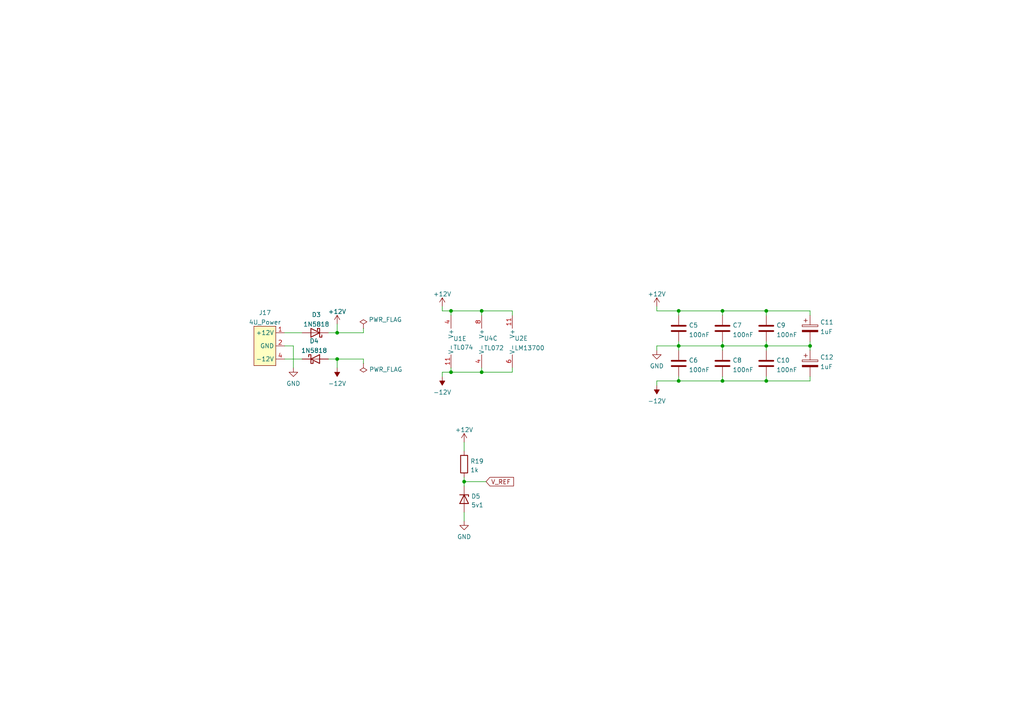
<source format=kicad_sch>
(kicad_sch (version 20211123) (generator eeschema)
  (paper "A4")
  (title_block (title "Variable Integrator and extras") (date "2022-07-25") (rev "r02") (comment 2 "creativecommons.org/Licenses/by/4.0/") (comment 3 "License: CC BY 4.0") (comment 4 "Author: Guy John"))
  (lib_symbols
    (symbol "4U_Hardware:4U_Power"
      (property "Reference" "J" (at 0 6.985 0))
      (property "Value" "4U_Power" (at 0 -6.985 0))
      (symbol "4U_Power_0_1"
        (rectangle (start -2.54 5.715) (end 3.81 -5.715) (stroke (width 0.1524)) (fill (type background)))
      )
      (symbol "4U_Power_1_1"
        (pin power_out line (at 6.35 3.81 180) (length 2.54) (name "+12V") (number "1"))
        (pin power_out line (at 6.35 0 180) (length 2.54) (name "GND") (number "2"))
        (pin passive line (at 6.35 0 180) (length 2.54) hide (name "GND") (number "3"))
        (pin power_out line (at 6.35 -3.81 180) (length 2.54) (name "-12V") (number "4"))
      )
    )
    (symbol "Amplifier_Operational:LM13700" (pin_names (offset 0.127))
      (property "Reference" "U" (at 3.81 5.08 0))
      (property "Value" "LM13700" (at 5.08 -5.08 0))
      (symbol "LM13700_1_1"
        (polyline (pts (xy 3.81 -0.635) (xy 3.81 -2.54) (xy 5.08 -2.54)))
        (polyline (pts (xy 5.08 0) (xy -5.08 -5.08) (xy -5.08 5.08) (xy 5.08 0)) (stroke (width 0.254)) (fill (type background)))
        (pin output line (at 7.62 0 180) (length 2.54) (name "~") (number "12"))
        (pin input line (at -7.62 2.54 0) (length 2.54) (name "-") (number "13"))
        (pin input line (at -7.62 -2.54 0) (length 2.54) (name "+") (number "14"))
        (pin input line (at -7.62 0 0) (length 2.54) (name "DIODE_BIAS") (number "15"))
        (pin input line (at 7.62 -2.54 180) (length 2.54) (name "~") (number "16"))
      )
      (symbol "LM13700_2_0"
        (polyline (pts (xy -1.905 2.54) (xy -3.175 2.54)))
      )
      (symbol "LM13700_2_1"
        (circle (center -2.54 1.905) (radius 0.254) (stroke (width 0.254)) (fill (type outline)))
        (polyline (pts (xy -3.81 -0.635) (xy -2.54 -1.27)))
        (polyline (pts (xy -3.81 1.27) (xy -3.81 -1.27)))
        (polyline (pts (xy -2.54 -1.905) (xy -1.27 -2.54)))
        (polyline (pts (xy -2.54 0) (xy -2.54 -2.54)))
        (polyline (pts (xy -3.81 0.635) (xy -2.54 1.27) (xy -2.54 1.905) (xy -2.54 2.54)))
        (polyline (pts (xy -2.54 -1.27) (xy -3.175 -0.635) (xy -3.175 -1.27) (xy -2.54 -1.27)) (fill (type outline)))
        (polyline (pts (xy -2.54 -0.635) (xy -1.27 0) (xy -1.27 1.905) (xy -2.54 1.905)))
        (polyline (pts (xy -1.27 -2.54) (xy -1.905 -1.905) (xy -1.905 -2.54) (xy -1.27 -2.54)) (fill (type outline)))
        (text "V+" (at -2.54 3.81 0) (effects (font (size 1.27 1.27))))
        (pin input line (at -7.62 0 0) (length 3.81) (name "~") (number "10"))
        (pin output line (at 2.54 -2.54 180) (length 3.81) (name "~") (number "9"))
      )
      (symbol "LM13700_3_1"
        (polyline (pts (xy 3.81 -0.635) (xy 3.81 -2.54) (xy 5.08 -2.54)))
        (polyline (pts (xy 5.08 0) (xy -5.08 -5.08) (xy -5.08 5.08) (xy 5.08 0)) (stroke (width 0.254)) (fill (type background)))
        (pin input line (at 7.62 -2.54 180) (length 2.54) (name "~") (number "1"))
        (pin input line (at -7.62 0 0) (length 2.54) (name "DIODE_BIAS") (number "2"))
        (pin input line (at -7.62 -2.54 0) (length 2.54) (name "+") (number "3"))
        (pin input line (at -7.62 2.54 0) (length 2.54) (name "-") (number "4"))
        (pin output line (at 7.62 0 180) (length 2.54) (name "~") (number "5"))
      )
      (symbol "LM13700_4_0"
        (polyline (pts (xy -3.175 2.54) (xy -1.905 2.54)))
        (text "V+" (at -2.54 3.81 0) (effects (font (size 1.27 1.27))))
      )
      (symbol "LM13700_4_1"
        (circle (center -2.54 1.905) (radius 0.254) (stroke (width 0.254)) (fill (type outline)))
        (polyline (pts (xy -3.81 -0.635) (xy -2.54 -1.27)))
        (polyline (pts (xy -3.81 1.27) (xy -3.81 -1.27)))
        (polyline (pts (xy -2.54 -1.905) (xy -1.27 -2.54)))
        (polyline (pts (xy -2.54 0) (xy -2.54 -2.54)))
        (polyline (pts (xy -3.81 0.635) (xy -2.54 1.27) (xy -2.54 2.54)))
        (polyline (pts (xy -2.54 -1.27) (xy -3.175 -0.635) (xy -3.175 -1.27) (xy -2.54 -1.27)) (fill (type outline)))
        (polyline (pts (xy -2.54 -0.635) (xy -1.27 0) (xy -1.27 1.905) (xy -2.54 1.905)))
        (polyline (pts (xy -1.27 -2.54) (xy -1.905 -1.905) (xy -1.905 -2.54) (xy -1.27 -2.54)) (fill (type outline)))
        (pin input line (at -7.62 0 0) (length 3.81) (name "~") (number "7"))
        (pin output line (at 2.54 -2.54 180) (length 3.81) (name "~") (number "8"))
      )
      (symbol "LM13700_5_1"
        (pin power_in line (at -2.54 7.62 270) (length 3.81) (name "V+") (number "11"))
        (pin power_in line (at -2.54 -7.62 90) (length 3.81) (name "V-") (number "6"))
      )
    )
    (symbol "Amplifier_Operational:TL072" (pin_names (offset 0.127))
      (property "Reference" "U" (at 0 5.08 0))
      (property "Value" "TL072" (at 0 -5.08 0))
      (symbol "TL072_1_1"
        (polyline (pts (xy -5.08 5.08) (xy 5.08 0) (xy -5.08 -5.08) (xy -5.08 5.08)) (stroke (width 0.254)) (fill (type background)))
        (pin output line (at 7.62 0 180) (length 2.54) (name "~") (number "1"))
        (pin input line (at -7.62 -2.54 0) (length 2.54) (name "-") (number "2"))
        (pin input line (at -7.62 2.54 0) (length 2.54) (name "+") (number "3"))
      )
      (symbol "TL072_2_1"
        (polyline (pts (xy -5.08 5.08) (xy 5.08 0) (xy -5.08 -5.08) (xy -5.08 5.08)) (stroke (width 0.254)) (fill (type background)))
        (pin input line (at -7.62 2.54 0) (length 2.54) (name "+") (number "5"))
        (pin input line (at -7.62 -2.54 0) (length 2.54) (name "-") (number "6"))
        (pin output line (at 7.62 0 180) (length 2.54) (name "~") (number "7"))
      )
      (symbol "TL072_3_1"
        (pin power_in line (at -2.54 -7.62 90) (length 3.81) (name "V-") (number "4"))
        (pin power_in line (at -2.54 7.62 270) (length 3.81) (name "V+") (number "8"))
      )
    )
    (symbol "Amplifier_Operational:TL074" (pin_names (offset 0.127))
      (property "Reference" "U" (at 0 5.08 0))
      (property "Value" "TL074" (at 0 -5.08 0))
      (symbol "TL074_1_1"
        (polyline (pts (xy -5.08 5.08) (xy 5.08 0) (xy -5.08 -5.08) (xy -5.08 5.08)) (stroke (width 0.254)) (fill (type background)))
        (pin output line (at 7.62 0 180) (length 2.54) (name "~") (number "1"))
        (pin input line (at -7.62 -2.54 0) (length 2.54) (name "-") (number "2"))
        (pin input line (at -7.62 2.54 0) (length 2.54) (name "+") (number "3"))
      )
      (symbol "TL074_2_1"
        (polyline (pts (xy -5.08 5.08) (xy 5.08 0) (xy -5.08 -5.08) (xy -5.08 5.08)) (stroke (width 0.254)) (fill (type background)))
        (pin input line (at -7.62 2.54 0) (length 2.54) (name "+") (number "5"))
        (pin input line (at -7.62 -2.54 0) (length 2.54) (name "-") (number "6"))
        (pin output line (at 7.62 0 180) (length 2.54) (name "~") (number "7"))
      )
      (symbol "TL074_3_1"
        (polyline (pts (xy -5.08 5.08) (xy 5.08 0) (xy -5.08 -5.08) (xy -5.08 5.08)) (stroke (width 0.254)) (fill (type background)))
        (pin input line (at -7.62 2.54 0) (length 2.54) (name "+") (number "10"))
        (pin output line (at 7.62 0 180) (length 2.54) (name "~") (number "8"))
        (pin input line (at -7.62 -2.54 0) (length 2.54) (name "-") (number "9"))
      )
      (symbol "TL074_4_1"
        (polyline (pts (xy -5.08 5.08) (xy 5.08 0) (xy -5.08 -5.08) (xy -5.08 5.08)) (stroke (width 0.254)) (fill (type background)))
        (pin input line (at -7.62 2.54 0) (length 2.54) (name "+") (number "12"))
        (pin input line (at -7.62 -2.54 0) (length 2.54) (name "-") (number "13"))
        (pin output line (at 7.62 0 180) (length 2.54) (name "~") (number "14"))
      )
      (symbol "TL074_5_1"
        (pin power_in line (at -2.54 -7.62 90) (length 3.81) (name "V-") (number "11"))
        (pin power_in line (at -2.54 7.62 270) (length 3.81) (name "V+") (number "4"))
      )
    )
    (symbol "Device:C" (pin_numbers hide) (pin_names (offset 0.254))
      (property "Reference" "C" (at 0.635 2.54 0))
      (property "Value" "C" (at 0.635 -2.54 0))
      (symbol "C_0_1"
        (polyline (pts (xy -2.032 -0.762) (xy 2.032 -0.762)) (stroke (width 0.508)))
        (polyline (pts (xy -2.032 0.762) (xy 2.032 0.762)) (stroke (width 0.508)))
      )
      (symbol "C_1_1"
        (pin passive line (at 0 3.81 270) (length 2.794) (name "~") (number "1"))
        (pin passive line (at 0 -3.81 90) (length 2.794) (name "~") (number "2"))
      )
    )
    (symbol "Device:C_Polarized" (pin_numbers hide) (pin_names (offset 0.254))
      (property "Reference" "C" (at 0.635 2.54 0))
      (property "Value" "C_Polarized" (at 0.635 -2.54 0))
      (symbol "C_Polarized_0_1"
        (rectangle (start -2.286 0.508) (end 2.286 1.016))
        (polyline (pts (xy -1.778 2.286) (xy -0.762 2.286)))
        (polyline (pts (xy -1.27 2.794) (xy -1.27 1.778)))
        (rectangle (start 2.286 -0.508) (end -2.286 -1.016) (fill (type outline)))
      )
      (symbol "C_Polarized_1_1"
        (pin passive line (at 0 3.81 270) (length 2.794) (name "~") (number "1"))
        (pin passive line (at 0 -3.81 90) (length 2.794) (name "~") (number "2"))
      )
    )
    (symbol "Device:D_Zener" (pin_numbers hide) (pin_names (offset 1.016) hide)
      (property "Reference" "D" (at 0 2.54 0))
      (property "Value" "D_Zener" (at 0 -2.54 0))
      (symbol "D_Zener_0_1"
        (polyline (pts (xy 1.27 0) (xy -1.27 0)))
        (polyline (pts (xy -1.27 -1.27) (xy -1.27 1.27) (xy -0.762 1.27)) (stroke (width 0.254)))
        (polyline (pts (xy 1.27 -1.27) (xy 1.27 1.27) (xy -1.27 0) (xy 1.27 -1.27)) (stroke (width 0.254)))
      )
      (symbol "D_Zener_1_1"
        (pin passive line (at -3.81 0 0) (length 2.54) (name "K") (number "1"))
        (pin passive line (at 3.81 0 180) (length 2.54) (name "A") (number "2"))
      )
    )
    (symbol "Diode:1N5818" (pin_numbers hide) (pin_names (offset 1.016) hide)
      (property "Reference" "D" (at 0 2.54 0))
      (property "Value" "1N5818" (at 0 -2.54 0))
      (symbol "1N5818_0_1"
        (polyline (pts (xy 1.27 0) (xy -1.27 0)))
        (polyline (pts (xy 1.27 1.27) (xy 1.27 -1.27) (xy -1.27 0) (xy 1.27 1.27)) (stroke (width 0.254)))
        (polyline (pts (xy -1.905 0.635) (xy -1.905 1.27) (xy -1.27 1.27) (xy -1.27 -1.27) (xy -0.635 -1.27) (xy -0.635 -0.635)) (stroke (width 0.254)))
      )
      (symbol "1N5818_1_1"
        (pin passive line (at -3.81 0 0) (length 2.54) (name "K") (number "1"))
        (pin passive line (at 3.81 0 180) (length 2.54) (name "A") (number "2"))
      )
    )
    (symbol "power:+12V" (power) (pin_names (offset 0))
      (property "Value" "+12V" (at 0 3.556 0))
      (symbol "+12V_0_1"
        (polyline (pts (xy -0.762 1.27) (xy 0 2.54)))
        (polyline (pts (xy 0 0) (xy 0 2.54)))
        (polyline (pts (xy 0 2.54) (xy 0.762 1.27)))
      )
      (symbol "+12V_1_1"
        (pin power_in line (at 0 0 90) (length 0) hide (name "+12V") (number "1"))
      )
    )
    (symbol "power:-12V" (power) (pin_names (offset 0))
      (property "Value" "-12V" (at 0 3.81 0))
      (symbol "-12V_0_0"
        (pin power_in line (at 0 0 90) (length 0) hide (name "-12V") (number "1"))
      )
      (symbol "-12V_0_1"
        (polyline (pts (xy 0 0) (xy 0 1.27) (xy 0.762 1.27) (xy 0 2.54) (xy -0.762 1.27) (xy 0 1.27)) (fill (type outline)))
      )
    )
    (symbol "power:GND" (power) (pin_names (offset 0))
      (property "Value" "GND" (at 0 -3.81 0))
      (symbol "GND_0_1"
        (polyline (pts (xy 0 0) (xy 0 -1.27) (xy 1.27 -1.27) (xy 0 -2.54) (xy -1.27 -1.27) (xy 0 -1.27)))
      )
      (symbol "GND_1_1"
        (pin power_in line (at 0 0 270) (length 0) hide (name "GND") (number "1"))
      )
    )
    (symbol "power:PWR_FLAG" (power) (pin_numbers hide) (pin_names (offset 0) hide)
      (property "Value" "PWR_FLAG" (at 0 3.81 0))
      (symbol "PWR_FLAG_0_0"
        (pin power_out line (at 0 0 90) (length 0) (name "pwr") (number "1"))
      )
      (symbol "PWR_FLAG_0_1"
        (polyline (pts (xy 0 0) (xy 0 1.27) (xy -1.016 1.905) (xy 0 2.54) (xy 1.016 1.905) (xy 0 1.27)))
      )
    )
    (symbol "rumblesan-standard-parts:R" (pin_numbers hide) (pin_names (offset 0))
      (property "Reference" "R?" (at 0 0 90))
      (property "Value" "R" (at 0.635 1.905 90))
      (symbol "R_0_1"
        (rectangle (start 1.016 2.54) (end -1.016 -2.54) (stroke (width 0.254)))
      )
      (symbol "R_1_1"
        (pin passive line (at 0 -3.81 90) (length 1.27) (name "~") (number "1"))
        (pin passive line (at 0 3.81 270) (length 1.27) (name "~") (number "2"))
      )
    )
  )
  (junction (at 97.79 96.52))
  (junction (at 139.7 90.17))
  (junction (at 97.79 104.14))
  (junction (at 196.85 110.49))
  (junction (at 222.25 90.17))
  (junction (at 222.25 110.49))
  (junction (at 130.81 107.95))
  (junction (at 196.85 100.33))
  (junction (at 196.85 90.17))
  (junction (at 139.7 107.95))
  (junction (at 134.62 139.7))
  (junction (at 209.55 100.33))
  (junction (at 234.95 100.33))
  (junction (at 222.25 100.33))
  (junction (at 130.81 90.17))
  (junction (at 209.55 110.49))
  (junction (at 209.55 90.17))
  (wire (pts (xy 97.79 96.52) (xy 97.79 93.98)))
  (wire (pts (xy 134.62 138.43) (xy 134.62 139.7)))
  (wire (pts (xy 95.25 96.52) (xy 97.79 96.52)))
  (wire (pts (xy 139.7 106.68) (xy 139.7 107.95)))
  (wire (pts (xy 130.81 107.95) (xy 139.7 107.95)))
  (wire (pts (xy 190.5 111.76) (xy 190.5 110.49)))
  (wire (pts (xy 234.95 100.33) (xy 234.95 101.6)))
  (wire (pts (xy 209.55 100.33) (xy 222.25 100.33)))
  (wire (pts (xy 148.59 90.17) (xy 148.59 91.44)))
  (wire (pts (xy 209.55 109.22) (xy 209.55 110.49)))
  (wire (pts (xy 222.25 99.06) (xy 222.25 100.33)))
  (wire (pts (xy 209.55 90.17) (xy 209.55 91.44)))
  (wire (pts (xy 105.41 104.14) (xy 97.79 104.14)))
  (wire (pts (xy 148.59 107.95) (xy 148.59 106.68)))
  (wire (pts (xy 234.95 110.49) (xy 234.95 109.22)))
  (wire (pts (xy 95.25 104.14) (xy 97.79 104.14)))
  (wire (pts (xy 196.85 99.06) (xy 196.85 100.33)))
  (wire (pts (xy 222.25 90.17) (xy 222.25 91.44)))
  (wire (pts (xy 190.5 88.9) (xy 190.5 90.17)))
  (wire (pts (xy 139.7 90.17) (xy 139.7 91.44)))
  (wire (pts (xy 139.7 90.17) (xy 148.59 90.17)))
  (wire (pts (xy 128.27 109.22) (xy 128.27 107.95)))
  (wire (pts (xy 196.85 100.33) (xy 196.85 101.6)))
  (wire (pts (xy 130.81 90.17) (xy 139.7 90.17)))
  (wire (pts (xy 190.5 110.49) (xy 196.85 110.49)))
  (wire (pts (xy 196.85 100.33) (xy 209.55 100.33)))
  (wire (pts (xy 130.81 106.68) (xy 130.81 107.95)))
  (wire (pts (xy 105.41 105.41) (xy 105.41 104.14)))
  (wire (pts (xy 222.25 100.33) (xy 222.25 101.6)))
  (wire (pts (xy 234.95 100.33) (xy 234.95 99.06)))
  (wire (pts (xy 134.62 139.7) (xy 140.97 139.7)))
  (wire (pts (xy 85.09 100.33) (xy 85.09 106.68)))
  (wire (pts (xy 209.55 90.17) (xy 222.25 90.17)))
  (wire (pts (xy 222.25 110.49) (xy 234.95 110.49)))
  (wire (pts (xy 234.95 90.17) (xy 234.95 91.44)))
  (wire (pts (xy 134.62 139.7) (xy 134.62 140.97)))
  (wire (pts (xy 190.5 101.6) (xy 190.5 100.33)))
  (wire (pts (xy 128.27 107.95) (xy 130.81 107.95)))
  (wire (pts (xy 97.79 104.14) (xy 97.79 106.68)))
  (wire (pts (xy 196.85 110.49) (xy 209.55 110.49)))
  (wire (pts (xy 190.5 90.17) (xy 196.85 90.17)))
  (wire (pts (xy 130.81 90.17) (xy 130.81 91.44)))
  (wire (pts (xy 209.55 110.49) (xy 222.25 110.49)))
  (wire (pts (xy 222.25 109.22) (xy 222.25 110.49)))
  (wire (pts (xy 139.7 107.95) (xy 148.59 107.95)))
  (wire (pts (xy 190.5 100.33) (xy 196.85 100.33)))
  (wire (pts (xy 105.41 95.25) (xy 105.41 96.52)))
  (wire (pts (xy 82.55 96.52) (xy 87.63 96.52)))
  (wire (pts (xy 128.27 88.9) (xy 128.27 90.17)))
  (wire (pts (xy 196.85 109.22) (xy 196.85 110.49)))
  (wire (pts (xy 82.55 104.14) (xy 87.63 104.14)))
  (wire (pts (xy 196.85 90.17) (xy 196.85 91.44)))
  (wire (pts (xy 105.41 96.52) (xy 97.79 96.52)))
  (wire (pts (xy 209.55 100.33) (xy 209.55 101.6)))
  (wire (pts (xy 222.25 90.17) (xy 234.95 90.17)))
  (wire (pts (xy 134.62 148.59) (xy 134.62 151.13)))
  (wire (pts (xy 82.55 100.33) (xy 85.09 100.33)))
  (wire (pts (xy 128.27 90.17) (xy 130.81 90.17)))
  (wire (pts (xy 209.55 99.06) (xy 209.55 100.33)))
  (wire (pts (xy 196.85 90.17) (xy 209.55 90.17)))
  (wire (pts (xy 222.25 100.33) (xy 234.95 100.33)))
  (wire (pts (xy 134.62 128.27) (xy 134.62 130.81)))
  (global_label "V_REF" (shape input) (at 140.97 139.7 0) (property "Intersheet References" "${INTERSHEET_REFS}" (effects hide)))
  (symbol (lib_id "power:+12V") (at 190.5 88.9 0) (unit 1)
    (property "Reference" "#PWR031" (effects hide))
    (property "Value" "+12V" (at 190.5 85.2955 0))
  )
  (symbol (lib_id "power:+12V") (at 134.62 128.27 0) (unit 1)
    (property "Reference" "#PWR029" (effects hide))
    (property "Value" "+12V" (at 134.62 124.6655 0))
  )
  (symbol (lib_id "Diode:1N5818") (at 91.44 96.52 180) (unit 1)
    (property "Reference" "D3" (at 91.7575 91.2835 0))
    (property "Value" "1N5818" (at 91.7575 94.0586 0))
    (property "Footprint" "rumblesan-standard-parts:D_DO-41_SOD81_P10.16mm_Horizontal" (effects hide))
    (property "Datasheet" "http://www.vishay.com/docs/88525/1n5817.pdf" (effects hide))
  )
  (symbol (lib_id "Diode:1N5818") (at 91.44 104.14 0) (unit 1)
    (property "Reference" "D4" (at 91.1225 98.9035 0))
    (property "Value" "1N5818" (at 91.1225 101.6786 0))
    (property "Footprint" "rumblesan-standard-parts:D_DO-41_SOD81_P10.16mm_Horizontal" (effects hide))
    (property "Datasheet" "http://www.vishay.com/docs/88525/1n5817.pdf" (effects hide))
  )
  (symbol (lib_id "power:-12V") (at 190.5 111.76 180) (unit 1)
    (property "Reference" "#PWR033" (effects hide))
    (property "Value" "-12V" (at 190.5 116.3225 0))
  )
  (symbol (lib_id "power:GND") (at 85.09 106.68 0) (unit 1)
    (property "Reference" "#PWR024" (effects hide))
    (property "Value" "GND" (at 85.09 111.2425 0))
  )
  (symbol (lib_id "Device:C_Polarized") (at 234.95 95.25 0) (unit 1)
    (property "Reference" "C11" (at 237.871 93.4525 0) (effects (justify left)))
    (property "Value" "1uF" (at 237.871 96.2276 0) (effects (justify left)))
    (property "Footprint" "rumblesan-standard-parts:CP_Radial_D5.0mm_P2.00mm" (effects hide))
  )
  (symbol (lib_id "Device:C") (at 209.55 95.25 0) (unit 1)
    (property "Reference" "C7" (at 212.471 94.3415 0) (effects (justify left)))
    (property "Value" "100nF" (at 212.471 97.1166 0) (effects (justify left)))
    (property "Footprint" "rumblesan-standard-parts:C_Rect_L7.0mm_W3.5mm_P5.00mm" (effects hide))
  )
  (symbol (lib_id "power:PWR_FLAG") (at 105.41 105.41 180) (unit 1)
    (property "Reference" "#FLG02" (effects hide))
    (property "Value" "PWR_FLAG" (at 107.061 107.159 0) (effects (justify right)))
  )
  (symbol (lib_id "rumblesan-standard-parts:R") (at 134.62 134.62 0) (unit 1)
    (property "Reference" "R19" (at 136.398 133.7853 0) (effects (justify left)))
    (property "Value" "1k" (at 136.398 136.3222 0) (effects (justify left)))
    (property "Footprint" "rumblesan-standard-parts:R_Axial_DIN0207_L6.3mm_D2.5mm_P10.16mm_Horizontal" (effects hide))
    (property "Tolerance" "1%" (effects hide))
    (property "Power" "0.5W" (effects hide))
    (property "Spec" "metal film" (effects hide))
  )
  (symbol (lib_id "Device:C") (at 196.85 105.41 0) (unit 1)
    (property "Reference" "C6" (at 199.771 104.5015 0) (effects (justify left)))
    (property "Value" "100nF" (at 199.771 107.2766 0) (effects (justify left)))
    (property "Footprint" "rumblesan-standard-parts:C_Rect_L7.0mm_W3.5mm_P5.00mm" (effects hide))
  )
  (symbol (lib_id "power:-12V") (at 97.79 106.68 180) (unit 1)
    (property "Reference" "#PWR026" (effects hide))
    (property "Value" "-12V" (at 97.79 111.2425 0))
  )
  (symbol (lib_id "power:PWR_FLAG") (at 105.41 95.25 0) (unit 1)
    (property "Reference" "#FLG01" (effects hide))
    (property "Value" "PWR_FLAG" (at 111.76 92.71 0))
  )
  (symbol (lib_id "Amplifier_Operational:LM13700") (at 151.13 99.06 0) (unit 5)
    (property "Reference" "U2" (at 149.225 98.1515 0) (effects (justify left)))
    (property "Value" "LM13700" (at 149.225 100.9266 0) (effects (justify left)))
    (property "Footprint" "rumblesan-standard-parts:DIP-16_W7.62mm_Socket" (effects hide))
    (property "Datasheet" "http://www.ti.com/lit/ds/symlink/lm13700.pdf" (effects hide))
  )
  (symbol (lib_id "Device:C") (at 196.85 95.25 0) (unit 1)
    (property "Reference" "C5" (at 199.771 94.3415 0) (effects (justify left)))
    (property "Value" "100nF" (at 199.771 97.1166 0) (effects (justify left)))
    (property "Footprint" "rumblesan-standard-parts:C_Rect_L7.0mm_W3.5mm_P5.00mm" (effects hide))
  )
  (symbol (lib_id "power:+12V") (at 128.27 88.9 0) (unit 1)
    (property "Reference" "#PWR027" (effects hide))
    (property "Value" "+12V" (at 128.27 85.2955 0))
  )
  (symbol (lib_id "Device:C_Polarized") (at 234.95 105.41 0) (unit 1)
    (property "Reference" "C12" (at 237.871 103.6125 0) (effects (justify left)))
    (property "Value" "1uF" (at 237.871 106.3876 0) (effects (justify left)))
    (property "Footprint" "rumblesan-standard-parts:CP_Radial_D5.0mm_P2.00mm" (effects hide))
  )
  (symbol (lib_id "Device:C") (at 222.25 95.25 0) (unit 1)
    (property "Reference" "C9" (at 225.171 94.3415 0) (effects (justify left)))
    (property "Value" "100nF" (at 225.171 97.1166 0) (effects (justify left)))
    (property "Footprint" "rumblesan-standard-parts:C_Rect_L7.0mm_W3.5mm_P5.00mm" (effects hide))
  )
  (symbol (lib_id "Device:C") (at 222.25 105.41 0) (unit 1)
    (property "Reference" "C10" (at 225.171 104.5015 0) (effects (justify left)))
    (property "Value" "100nF" (at 225.171 107.2766 0) (effects (justify left)))
    (property "Footprint" "rumblesan-standard-parts:C_Rect_L7.0mm_W3.5mm_P5.00mm" (effects hide))
  )
  (symbol (lib_id "Device:D_Zener") (at 134.62 144.78 270) (unit 1)
    (property "Reference" "D5" (at 136.652 143.9453 90) (effects (justify left)))
    (property "Value" "5v1" (at 136.652 146.4822 90) (effects (justify left)))
    (property "Footprint" "rumblesan-standard-parts:D_DO-35_SOD27_P7.62mm_Horizontal" (effects hide))
  )
  (symbol (lib_id "power:GND") (at 134.62 151.13 0) (unit 1)
    (property "Reference" "#PWR030" (effects hide))
    (property "Value" "GND" (at 134.62 155.6925 0))
  )
  (symbol (lib_id "power:-12V") (at 128.27 109.22 180) (unit 1)
    (property "Reference" "#PWR028" (effects hide))
    (property "Value" "-12V" (at 128.27 113.7825 0))
  )
  (symbol (lib_id "4U_Hardware:4U_Power") (at 76.2 100.33 0) (unit 1)
    (property "Reference" "J17" (at 76.835 90.6993 0))
    (property "Value" "4U_Power" (at 76.835 93.4744 0))
    (property "Footprint" "4u-power:4u_Power_Molex_KK-254_P2.54mm" (effects hide))
  )
  (symbol (lib_id "power:GND") (at 190.5 101.6 0) (unit 1)
    (property "Reference" "#PWR032" (effects hide))
    (property "Value" "GND" (at 190.5 106.1625 0))
  )
  (symbol (lib_id "Amplifier_Operational:TL074") (at 128.27 99.06 0) (mirror y) (unit 5)
    (property "Reference" "U1" (at 131.445 98.2253 0) (effects (justify right)))
    (property "Value" "TL074" (at 131.445 100.7622 0) (effects (justify right)))
    (property "Footprint" "rumblesan-standard-parts:DIP-14_W7.62mm_Socket" (effects hide))
    (property "Datasheet" "http://www.ti.com/lit/ds/symlink/tl071.pdf" (effects hide))
  )
  (symbol (lib_id "power:+12V") (at 97.79 93.98 0) (unit 1)
    (property "Reference" "#PWR025" (effects hide))
    (property "Value" "+12V" (at 97.79 90.3755 0))
  )
  (symbol (lib_id "Amplifier_Operational:TL072") (at 142.24 99.06 0) (unit 3)
    (property "Reference" "U4" (at 140.335 98.1515 0) (effects (justify left)))
    (property "Value" "TL072" (at 140.335 100.9266 0) (effects (justify left)))
    (property "Footprint" "rumblesan-standard-parts:DIP-8_W7.62mm_Socket" (effects hide))
    (property "Datasheet" "http://www.ti.com/lit/ds/symlink/tl071.pdf" (effects hide))
  )
  (symbol (lib_id "Device:C") (at 209.55 105.41 0) (unit 1)
    (property "Reference" "C8" (at 212.471 104.5015 0) (effects (justify left)))
    (property "Value" "100nF" (at 212.471 107.2766 0) (effects (justify left)))
    (property "Footprint" "rumblesan-standard-parts:C_Rect_L7.0mm_W3.5mm_P5.00mm" (effects hide))
  )
)
</source>
